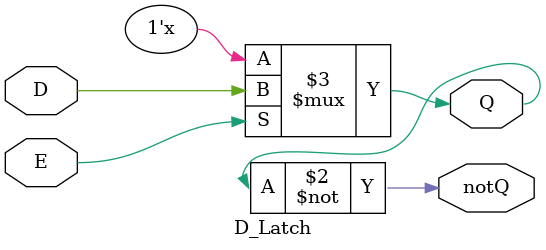
<source format=v>
`timescale 1ns / 1ps


module D_Latch(
    input E, D,
    output reg Q,
    output notQ
    );
    
    always @(E, D) begin 
        if (E)
            Q <= D;
    end
    
    assign notQ = ~Q;
    
endmodule

</source>
